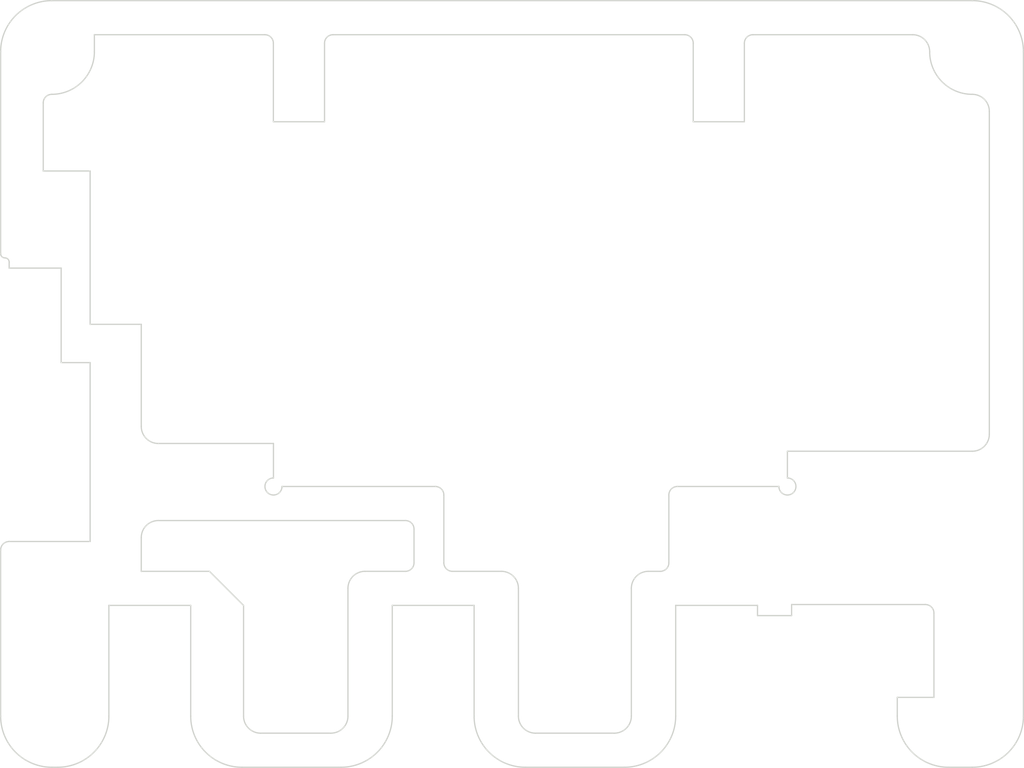
<source format=kicad_pcb>
(kicad_pcb (version 4) (host pcbnew 4.0.6-e0-6349~53~ubuntu14.04.1)

  (general
    (links 0)
    (no_connects 0)
    (area 44.599999 42.6 230.900001 150.100001)
    (thickness 2.8)
    (drawings 138)
    (tracks 0)
    (zones 0)
    (modules 8)
    (nets 12)
  )

  (page A4)
  (title_block
    (title SBMS40)
    (rev 02)
    (company "Electrodacus (Schematic and PCB layout released under CC-BY-SA 3.0 licence)")
  )

  (layers
    (0 F.Cu signal)
    (31 B.Cu signal)
    (32 B.Adhes user)
    (33 F.Adhes user)
    (34 B.Paste user)
    (35 F.Paste user)
    (36 B.SilkS user)
    (37 F.SilkS user)
    (38 B.Mask user)
    (39 F.Mask user)
    (42 Eco1.User user hide)
    (43 Eco2.User user)
    (44 Edge.Cuts user)
  )

  (setup
    (last_trace_width 0.198)
    (user_trace_width 0.198)
    (user_trace_width 0.2)
    (user_trace_width 0.25)
    (user_trace_width 0.3)
    (user_trace_width 0.5)
    (user_trace_width 0.7)
    (user_trace_width 1)
    (user_trace_width 1.2)
    (trace_clearance 0.2)
    (zone_clearance 0.5)
    (zone_45_only yes)
    (trace_min 0.198)
    (segment_width 0.2)
    (edge_width 0.15)
    (via_size 0.7)
    (via_drill 0.3)
    (via_min_size 0.5)
    (via_min_drill 0.3)
    (user_via 0.7 0.3)
    (user_via 1 0.6)
    (uvia_size 0.508)
    (uvia_drill 0.127)
    (uvias_allowed no)
    (uvia_min_size 0.5)
    (uvia_min_drill 0.1)
    (pcb_text_width 0.3)
    (pcb_text_size 1.5 1.5)
    (mod_edge_width 0.15)
    (mod_text_size 1.5 1.5)
    (mod_text_width 0.15)
    (pad_size 0.7 1.1)
    (pad_drill 0)
    (pad_to_mask_clearance 0.03)
    (solder_mask_min_width 0.1)
    (pad_to_paste_clearance_ratio -0.02)
    (aux_axis_origin 50 150)
    (visible_elements FFFFFE4F)
    (pcbplotparams
      (layerselection 0x010c0_00000000)
      (usegerberextensions true)
      (gerberprecision 5)
      (excludeedgelayer true)
      (linewidth 0.100000)
      (plotframeref false)
      (viasonmask false)
      (mode 1)
      (useauxorigin true)
      (hpglpennumber 1)
      (hpglpenspeed 20)
      (hpglpendiameter 15)
      (hpglpenoverlay 2)
      (psnegative false)
      (psa4output false)
      (plotreference false)
      (plotvalue false)
      (plotinvisibletext false)
      (padsonsilk false)
      (subtractmaskfromsilk false)
      (outputformat 1)
      (mirror false)
      (drillshape 0)
      (scaleselection 1)
      (outputdirectory SBMS40-v02b/))
  )

  (net 0 "")
  (net 1 /BAT0)
  (net 2 /CPV1P)
  (net 3 /CPV2P)
  (net 4 /CSI1a)
  (net 5 /CSI2a)
  (net 6 /LDMON)
  (net 7 /PV+)
  (net 8 /PV1)
  (net 9 /PV2)
  (net 10 GND)
  (net 11 "Net-(D7-Pad1)")

  (net_class Default "This is the default net class."
    (clearance 0.2)
    (trace_width 0.198)
    (via_dia 0.7)
    (via_drill 0.3)
    (uvia_dia 0.508)
    (uvia_drill 0.127)
  )

  (module dacusnewlib:H1-3mm-M locked (layer F.Cu) (tedit 5938536B) (tstamp 5948BCE2)
    (at 56 128)
    (fp_text reference "" (at -0.27432 -2.94894) (layer F.SilkS) hide
      (effects (font (thickness 0.3048)))
    )
    (fp_text value "" (at 5.02412 -2.99974) (layer F.SilkS) hide
      (effects (font (thickness 0.3048)))
    )
    (pad "" np_thru_hole circle (at 0 0) (size 3 3) (drill 3) (layers *.Cu *.Mask))
  )

  (module dacusnewlib:H1-3mm-M locked (layer F.Cu) (tedit 5938536B) (tstamp 5948BC4A)
    (at 164 128)
    (fp_text reference "" (at -0.27432 -2.94894) (layer F.SilkS) hide
      (effects (font (thickness 0.3048)))
    )
    (fp_text value "" (at 5.02412 -2.99974) (layer F.SilkS) hide
      (effects (font (thickness 0.3048)))
    )
    (pad "" np_thru_hole circle (at 0 0) (size 3 3) (drill 3) (layers *.Cu *.Mask))
  )

  (module dacusnewlib:H1-3mm-M locked (layer F.Cu) (tedit 5938536B) (tstamp 59475B78)
    (at 164 144)
    (fp_text reference "" (at -0.27432 -2.94894) (layer F.SilkS) hide
      (effects (font (thickness 0.3048)))
    )
    (fp_text value "" (at 5.02412 -2.99974) (layer F.SilkS) hide
      (effects (font (thickness 0.3048)))
    )
    (pad "" np_thru_hole circle (at 0 0) (size 3 3) (drill 3) (layers *.Cu *.Mask))
  )

  (module dacusnewlib:H1-3mm-M locked (layer F.Cu) (tedit 5938536B) (tstamp 58E5B0AD)
    (at 56 144)
    (fp_text reference "" (at -0.27432 -2.94894) (layer F.SilkS) hide
      (effects (font (thickness 0.3048)))
    )
    (fp_text value "" (at 5.02412 -2.99974) (layer F.SilkS) hide
      (effects (font (thickness 0.3048)))
    )
    (pad "" np_thru_hole circle (at 0 0) (size 3 3) (drill 3) (layers *.Cu *.Mask))
  )

  (module dacusnewlib:H1-5mm-M locked (layer F.Cu) (tedit 59385344) (tstamp 594DD0A1)
    (at 165.25 117.85)
    (path Hole-large)
    (fp_text reference "" (at -0.27432 -2.94894) (layer F.SilkS) hide
      (effects (font (thickness 0.3048)))
    )
    (fp_text value "" (at 5.02412 -2.99974) (layer F.SilkS) hide
      (effects (font (thickness 0.3048)))
    )
    (pad "" np_thru_hole circle (at 0 0) (size 5 5) (drill 5) (layers *.Cu *.Mask))
  )

  (module dacusnewlib:H1-5x6mm-M locked (layer F.Cu) (tedit 5951E0C1) (tstamp 58D75F2B)
    (at 55.5 85)
    (path Hole-large)
    (fp_text reference "" (at -0.27432 -2.94894) (layer F.SilkS) hide
      (effects (font (thickness 0.3048)))
    )
    (fp_text value "" (at 5.02412 -2.99974) (layer F.SilkS) hide
      (effects (font (thickness 0.3048)))
    )
    (pad "" np_thru_hole oval (at 0 0) (size 6 5) (drill oval 6 5) (layers *.Cu *.Mask))
  )

  (module dacusnewlib:H1-5mm-M locked (layer F.Cu) (tedit 59385344) (tstamp 58E5B0D8)
    (at 56 66)
    (fp_text reference "" (at -0.27432 -2.94894) (layer F.SilkS) hide
      (effects (font (thickness 0.3048)))
    )
    (fp_text value "" (at 5.02412 -2.99974) (layer F.SilkS) hide
      (effects (font (thickness 0.3048)))
    )
    (pad "" np_thru_hole circle (at 0 0) (size 5 5) (drill 5) (layers *.Cu *.Mask))
  )

  (module dacusnewlib:H1-5mm-M locked (layer F.Cu) (tedit 59385344) (tstamp 58E5B0B8)
    (at 164 66)
    (fp_text reference "" (at -0.27432 -2.94894) (layer F.SilkS) hide
      (effects (font (thickness 0.3048)))
    )
    (fp_text value "" (at 5.02412 -2.99974) (layer F.SilkS) hide
      (effects (font (thickness 0.3048)))
    )
    (pad "" np_thru_hole circle (at 0 0) (size 5 5) (drill 5) (layers *.Cu *.Mask))
  )

  (gr_arc (start 161.2 144) (end 161.2 150) (angle 90) (layer Edge.Cuts) (width 0.15) (tstamp 59540343))
  (gr_arc (start 82.01 117.04) (end 83.01 117.04) (angle 270) (layer Edge.Cuts) (width 0.15))
  (gr_arc (start 142.31 117.04) (end 142.31 116.04) (angle 270) (layer Edge.Cuts) (width 0.15))
  (gr_line (start 142.31 116.04) (end 142.31 112.9) (layer Edge.Cuts) (width 0.15))
  (gr_line (start 129.4 117.04) (end 141.31 117.04) (layer Edge.Cuts) (width 0.15))
  (gr_line (start 66.5 123.04) (end 66.5 127) (layer Edge.Cuts) (width 0.15))
  (gr_arc (start 68.5 123.04) (end 66.5 123.04) (angle 90) (layer Edge.Cuts) (width 0.15) (tstamp 5952F065))
  (gr_arc (start 68.5 109.99) (end 68.5 111.99) (angle 90) (layer Edge.Cuts) (width 0.15) (tstamp 5952F060))
  (gr_line (start 97.5 121.04) (end 68.5 121.04) (layer Edge.Cuts) (width 0.15))
  (gr_line (start 157 64) (end 138.26 64) (layer Edge.Cuts) (width 0.15))
  (gr_arc (start 138.26 65) (end 137.26 65) (angle 90) (layer Edge.Cuts) (width 0.15) (tstamp 5952F053))
  (gr_arc (start 130.26 65) (end 130.26 64) (angle 90) (layer Edge.Cuts) (width 0.15) (tstamp 5952F047))
  (gr_line (start 82 65) (end 82 74.22) (layer Edge.Cuts) (width 0.15))
  (gr_line (start 83.01 117.04) (end 101 117.04) (layer Edge.Cuts) (width 0.15))
  (gr_line (start 82.01 111.99) (end 68.5 111.99) (layer Edge.Cuts) (width 0.15))
  (gr_line (start 82.01 116.04) (end 82.01 111.99) (layer Edge.Cuts) (width 0.15))
  (gr_line (start 131.26 74.22) (end 137.26 74.22) (layer Edge.Cuts) (width 0.15))
  (gr_line (start 131.26 74.22) (end 131.26 65) (layer Edge.Cuts) (width 0.15) (tstamp 5952F019))
  (gr_line (start 137.26 74.22) (end 137.26 65) (layer Edge.Cuts) (width 0.15))
  (gr_line (start 82 74.22) (end 88 74.22) (layer Edge.Cuts) (width 0.15))
  (gr_arc (start 157 66) (end 157 64) (angle 90) (layer Edge.Cuts) (width 0.15))
  (gr_line (start 88 74.22) (end 88 65) (layer Edge.Cuts) (width 0.15))
  (gr_arc (start 89 65) (end 88 65) (angle 90) (layer Edge.Cuts) (width 0.15))
  (gr_line (start 89 64) (end 130.26 64) (layer Edge.Cuts) (width 0.15))
  (gr_arc (start 51 124.5) (end 50 124.5) (angle 90) (layer Edge.Cuts) (width 0.15))
  (gr_line (start 97.5 127) (end 92.75 127) (layer Edge.Cuts) (width 0.15))
  (gr_arc (start 97.5 122.04) (end 97.5 121.04) (angle 90) (layer Edge.Cuts) (width 0.15))
  (gr_arc (start 101 118.04) (end 101 117.04) (angle 90) (layer Edge.Cuts) (width 0.15))
  (gr_arc (start 103 126) (end 103 127) (angle 90) (layer Edge.Cuts) (width 0.15))
  (gr_arc (start 97.5 126) (end 98.5 126) (angle 90) (layer Edge.Cuts) (width 0.15))
  (gr_line (start 102 118.04) (end 102 126) (layer Edge.Cuts) (width 0.15))
  (gr_line (start 98.5 126) (end 98.5 122.04) (layer Edge.Cuts) (width 0.15))
  (gr_line (start 81 64) (end 61 64) (layer Edge.Cuts) (width 0.15))
  (gr_arc (start 81 65) (end 81 64) (angle 90) (layer Edge.Cuts) (width 0.15))
  (gr_line (start 126 127) (end 127.4 127) (layer Edge.Cuts) (width 0.15))
  (gr_arc (start 129.4 118.04) (end 128.4 118.04) (angle 90) (layer Edge.Cuts) (width 0.15))
  (gr_arc (start 127.4 126) (end 128.4 126) (angle 90) (layer Edge.Cuts) (width 0.15))
  (gr_line (start 128.4 126) (end 128.4 118.04) (layer Edge.Cuts) (width 0.15))
  (gr_line (start 138.8 131) (end 129.2 131) (layer Edge.Cuts) (width 0.15))
  (gr_line (start 142.8 132.2) (end 142.8 130.9) (layer Edge.Cuts) (width 0.15))
  (gr_line (start 138.8 132.2) (end 142.8 132.2) (layer Edge.Cuts) (width 0.15))
  (gr_line (start 138.8 131) (end 138.8 132.2) (layer Edge.Cuts) (width 0.15))
  (gr_arc (start 158.5 131.9) (end 158.5 130.9) (angle 90) (layer Edge.Cuts) (width 0.15))
  (gr_arc (start 164 110.9) (end 166 110.9) (angle 90) (layer Edge.Cuts) (width 0.15))
  (gr_line (start 142.31 112.9) (end 164 112.9) (layer Edge.Cuts) (width 0.15))
  (gr_arc (start 126 129) (end 124 129) (angle 90) (layer Edge.Cuts) (width 0.15))
  (gr_arc (start 108.75 129) (end 108.75 127) (angle 90) (layer Edge.Cuts) (width 0.15))
  (gr_line (start 112.75 146) (end 122 146) (layer Edge.Cuts) (width 0.15))
  (gr_arc (start 122 144) (end 124 144) (angle 90) (layer Edge.Cuts) (width 0.15))
  (gr_arc (start 112.75 144) (end 112.75 146) (angle 90) (layer Edge.Cuts) (width 0.15))
  (gr_arc (start 88.75 144) (end 90.75 144) (angle 90) (layer Edge.Cuts) (width 0.15))
  (gr_arc (start 80.5 144) (end 80.5 146) (angle 90) (layer Edge.Cuts) (width 0.15))
  (gr_arc (start 92.75 129) (end 90.75 129) (angle 90) (layer Edge.Cuts) (width 0.15))
  (gr_line (start 61 66) (end 61 64) (layer Edge.Cuts) (width 0.15))
  (gr_arc (start 56 72) (end 55 72) (angle 90) (layer Edge.Cuts) (width 0.15))
  (gr_arc (start 56 66) (end 61 66) (angle 90) (layer Edge.Cuts) (width 0.15))
  (gr_arc (start 164 73) (end 164 71) (angle 90) (layer Edge.Cuts) (width 0.15))
  (gr_arc (start 164 66) (end 164 71) (angle 90) (layer Edge.Cuts) (width 0.15))
  (gr_line (start 124 144) (end 124 129) (layer Edge.Cuts) (width 0.15))
  (gr_line (start 110.75 129) (end 110.75 144) (layer Edge.Cuts) (width 0.15))
  (gr_line (start 103 127) (end 108.75 127) (layer Edge.Cuts) (width 0.15))
  (gr_line (start 90.75 144) (end 90.75 129) (layer Edge.Cuts) (width 0.15))
  (gr_line (start 60.5 123.5) (end 51 123.5) (layer Edge.Cuts) (width 0.15))
  (gr_line (start 55 80) (end 55 72) (layer Edge.Cuts) (width 0.15))
  (gr_line (start 60.5 80) (end 55 80) (layer Edge.Cuts) (width 0.15))
  (gr_line (start 60.5 98) (end 60.5 80) (layer Edge.Cuts) (width 0.15))
  (gr_line (start 66.5 98) (end 60.5 98) (layer Edge.Cuts) (width 0.15))
  (gr_line (start 57.1 91.4) (end 51 91.4) (layer Edge.Cuts) (width 0.15))
  (gr_line (start 57.1 102.5) (end 57.1 91.4) (layer Edge.Cuts) (width 0.15))
  (gr_line (start 60.5 102.5) (end 57.1 102.5) (layer Edge.Cuts) (width 0.15))
  (gr_line (start 60.5 123.5) (end 60.5 102.5) (layer Edge.Cuts) (width 0.15))
  (gr_line (start 66.5 109.99) (end 66.5 98) (layer Edge.Cuts) (width 0.15))
  (gr_line (start 56 150) (end 56.7 150) (layer Edge.Cuts) (width 0.15))
  (gr_line (start 74.5 127) (end 66.5 127) (layer Edge.Cuts) (width 0.15))
  (gr_line (start 78.5 131) (end 74.5 127) (layer Edge.Cuts) (width 0.15))
  (gr_line (start 78.5 144) (end 78.5 131) (layer Edge.Cuts) (width 0.15))
  (gr_line (start 78.3 150) (end 89.95 150) (layer Edge.Cuts) (width 0.15))
  (gr_line (start 111.55 150) (end 123.2 150) (layer Edge.Cuts) (width 0.15))
  (gr_arc (start 56.7 144) (end 62.7 144) (angle 90) (layer Edge.Cuts) (width 0.15))
  (gr_arc (start 78.3 144) (end 78.3 150) (angle 90) (layer Edge.Cuts) (width 0.15))
  (gr_arc (start 89.95 144) (end 95.95 144) (angle 90) (layer Edge.Cuts) (width 0.15))
  (gr_line (start 95.95 131) (end 95.95 144) (layer Edge.Cuts) (width 0.15))
  (gr_line (start 105.55 131) (end 95.95 131) (layer Edge.Cuts) (width 0.15))
  (gr_line (start 105.55 144) (end 105.55 131) (layer Edge.Cuts) (width 0.15))
  (gr_arc (start 111.55 144) (end 111.55 150) (angle 90) (layer Edge.Cuts) (width 0.15))
  (gr_arc (start 123.2 144) (end 129.2 144) (angle 90) (layer Edge.Cuts) (width 0.15))
  (gr_line (start 155.2 141.8) (end 159.5 141.8) (layer Edge.Cuts) (width 0.15))
  (gr_line (start 155.2 144) (end 155.2 141.8) (layer Edge.Cuts) (width 0.15))
  (gr_line (start 142.8 130.9) (end 158.5 130.9) (layer Edge.Cuts) (width 0.15))
  (gr_line (start 129.2 144) (end 129.2 131) (layer Edge.Cuts) (width 0.15))
  (gr_line (start 72.3 131) (end 72.3 144) (layer Edge.Cuts) (width 0.15))
  (gr_line (start 62.7 131) (end 72.3 131) (layer Edge.Cuts) (width 0.15))
  (gr_line (start 62.7 144) (end 62.7 131) (layer Edge.Cuts) (width 0.15))
  (gr_line (start 159.5 131.9) (end 159.5 141.8) (layer Edge.Cuts) (width 0.15))
  (gr_line (start 80.5 146) (end 88.75 146) (layer Edge.Cuts) (width 0.15))
  (gr_line (start 166 73) (end 166 110.9) (layer Edge.Cuts) (width 0.15))
  (gr_line (start 110.76 109.69) (end 110.76 114.16) (layer Eco1.User) (width 0.2))
  (gr_line (start 102.76 109.69) (end 102.76 113.16) (layer Eco1.User) (width 0.2))
  (gr_line (start 94.76 109.69) (end 94.76 113.48) (layer Eco1.User) (width 0.2))
  (gr_line (start 170 66) (end 170 144) (layer Edge.Cuts) (width 0.15))
  (gr_line (start 56 60) (end 164 60) (layer Edge.Cuts) (width 0.15))
  (gr_line (start 44.7 65) (end 230.8 65) (layer Eco1.User) (width 0.2))
  (gr_line (start 50 60) (end 50 150) (layer Eco1.User) (width 0.2))
  (gr_line (start 170 60) (end 50 60) (layer Eco1.User) (width 0.2))
  (gr_line (start 170 150) (end 170 60) (layer Eco1.User) (width 0.2))
  (gr_line (start 50 150) (end 170 150) (layer Eco1.User) (width 0.2))
  (gr_line (start 50 124.5) (end 50 144) (layer Edge.Cuts) (width 0.15))
  (gr_line (start 50 66) (end 50 89.7) (layer Edge.Cuts) (width 0.15))
  (gr_arc (start 50.5 89.7) (end 50.5 90.2) (angle 90) (layer Edge.Cuts) (width 0.15))
  (gr_arc (start 50.5 90.7) (end 50.5 90.2) (angle 90) (layer Edge.Cuts) (width 0.15))
  (gr_line (start 51 91.4) (end 51 90.7) (layer Edge.Cuts) (width 0.15))
  (gr_text 5 (at 216 137.5) (layer In4.Cu)
    (effects (font (size 1.25 1.25) (thickness 0.25)))
  )
  (gr_text 4 (at 216 135.5) (layer In3.Cu)
    (effects (font (size 1.25 1.25) (thickness 0.25)))
  )
  (gr_line (start 79.36 77.26) (end 84.46 77.26) (angle 90) (layer Eco1.User) (width 0.2))
  (gr_line (start 75 94.8) (end 75 86.46) (angle 90) (layer Eco1.User) (width 0.2))
  (gr_line (start 60.72 88.34) (end 60.71 88.34) (angle 90) (layer Eco1.User) (width 0.2))
  (gr_line (start 60.72 97.64) (end 60.72 88.34) (angle 90) (layer Eco1.User) (width 0.2))
  (gr_line (start 56.35 97.64) (end 66.4 97.64) (angle 90) (layer Eco1.User) (width 0.2))
  (gr_line (start 93 116.53) (end 93 121.8) (angle 90) (layer Eco1.User) (width 0.2))
  (gr_line (start 109 116.75) (end 109 122.32) (angle 90) (layer Eco1.User) (width 0.2))
  (gr_line (start 110.76 104.82) (end 110.76 110.63) (angle 90) (layer Eco1.User) (width 0.2))
  (gr_line (start 124.47 114) (end 159.32 114) (angle 90) (layer Eco1.User) (width 0.2))
  (gr_line (start 123.25 79.94) (end 123.25 125.58) (angle 90) (layer Eco1.User) (width 0.2))
  (gr_line (start 87.86 58.7) (end 87.86 119) (angle 90) (layer Eco1.User) (width 0.2))
  (gr_line (start 214 111.5) (end 56 111.5) (angle 90) (layer Eco1.User) (width 0.2))
  (gr_arc (start 56 117.5) (end 50 117.5) (angle 90) (layer Eco1.User) (width 0.2))
  (gr_arc (start 164 128) (end 164 122) (angle 90) (layer Eco1.User) (width 0.2))
  (gr_arc (start 56 66) (end 50 66) (angle 90) (layer Edge.Cuts) (width 0.15))
  (gr_arc (start 164 66) (end 164 60) (angle 90) (layer Edge.Cuts) (width 0.15))
  (gr_arc (start 164 144) (end 170 144) (angle 90) (layer Edge.Cuts) (width 0.15))
  (gr_arc (start 56 144) (end 56 150) (angle 90) (layer Edge.Cuts) (width 0.15))
  (gr_line (start 50 145) (end 220 145) (angle 90) (layer Eco1.User) (width 0.2))
  (gr_line (start 59.4 123.23) (end 59.41 123.23) (angle 90) (layer Eco1.User) (width 0.2))
  (gr_line (start 66.4 92.97) (end 66.4 123.23) (angle 90) (layer Eco1.User) (width 0.2))
  (gr_line (start 50 92.97) (end 66.4 92.97) (angle 90) (layer Eco1.User) (width 0.2))
  (gr_line (start 49.99 123.23) (end 67.17 123.23) (angle 90) (layer Eco1.User) (width 0.2))
  (gr_line (start 55 150) (end 55 59.6) (angle 90) (layer Eco1.User) (width 0.2))
  (gr_line (start 161.2 150) (end 164 150) (angle 90) (layer Edge.Cuts) (width 0.15))

  (zone (net 5) (net_name /CSI2a) (layer In3.Cu) (tstamp 58E42335) (hatch edge 0.508)
    (connect_pads yes (clearance 0.3))
    (min_thickness 0.3)
    (fill yes (arc_segments 32) (thermal_gap 0.508) (thermal_bridge_width 0.508) (smoothing fillet) (radius 0.3))
    (polygon
      (pts
        (xy 120.39 106.5) (xy 156 106.5) (xy 156 105.7) (xy 169 105.7) (xy 169 115.3)
        (xy 156 115.3) (xy 156 113.5) (xy 148 113.5) (xy 148 121.5) (xy 189.28 121.5)
        (xy 189.28 126.86) (xy 148.1 126.86) (xy 148.1 140) (xy 189.28 140) (xy 189.28 145.36)
        (xy 148.1 145.36) (xy 148.1 146.7) (xy 138.4 146.7) (xy 138.4 144.8) (xy 138.2 144.6)
        (xy 138.2 122.3) (xy 138.4 122.1) (xy 138.4 120.6) (xy 136 118.2) (xy 122.1 118.2)
        (xy 119.7 115.8) (xy 119.69 107.2)
      )
    )
  )
  (zone (net 5) (net_name /CSI2a) (layer In4.Cu) (tstamp 58E42366) (hatch edge 0.508)
    (connect_pads yes (clearance 0.3))
    (min_thickness 0.3)
    (fill yes (arc_segments 32) (thermal_gap 0.508) (thermal_bridge_width 0.508) (smoothing fillet) (radius 0.3))
    (polygon
      (pts
        (xy 120.39 106.5) (xy 156 106.5) (xy 156 105.7) (xy 169 105.7) (xy 169 115.3)
        (xy 156 115.3) (xy 156 113.5) (xy 148 113.5) (xy 148 121.5) (xy 189.28 121.5)
        (xy 189.28 126.86) (xy 148.1 126.86) (xy 148.1 140) (xy 189.28 140) (xy 189.28 145.36)
        (xy 148.1 145.36) (xy 148.1 146.7) (xy 138.4 146.7) (xy 138.4 144.8) (xy 138.2 144.6)
        (xy 138.2 122.3) (xy 138.4 122.1) (xy 138.4 120.6) (xy 136 118.2) (xy 122.1 118.2)
        (xy 119.7 115.8) (xy 119.7 107.2)
      )
    )
  )
  (zone (net 6) (net_name /LDMON) (layer In3.Cu) (tstamp 58E42F63) (hatch edge 0.508)
    (connect_pads yes (clearance 0.3))
    (min_thickness 0.3)
    (fill yes (arc_segments 32) (thermal_gap 0.508) (thermal_bridge_width 0.508) (smoothing fillet) (radius 0.3))
    (polygon
      (pts
        (xy 148.72 127.81) (xy 189.9 127.81) (xy 189.9 120.5) (xy 186.4 120.5) (xy 186.4 117.1)
        (xy 191.4 117.1) (xy 209.5 117.1) (xy 209.5 146.7) (xy 189.9 146.7) (xy 189.9 139.05)
        (xy 148.72 139.05)
      )
    )
  )
  (zone (net 6) (net_name /LDMON) (layer In4.Cu) (tstamp 58E42F7D) (hatch edge 0.508)
    (connect_pads yes (clearance 0.3))
    (min_thickness 0.3)
    (fill yes (arc_segments 32) (thermal_gap 0.508) (thermal_bridge_width 0.508) (smoothing fillet) (radius 0.3))
    (polygon
      (pts
        (xy 148.72 127.81) (xy 189.9 127.81) (xy 189.9 120.5) (xy 186.4 120.5) (xy 186.4 117.1)
        (xy 191.4 117.1) (xy 209.5 117.1) (xy 209.5 146.7) (xy 189.9 146.7) (xy 189.9 139.05)
        (xy 148.72 139.05)
      )
    )
  )
  (zone (net 7) (net_name /PV+) (layer In3.Cu) (tstamp 58E42FCE) (hatch edge 0.508)
    (connect_pads yes (clearance 1))
    (min_thickness 1)
    (fill yes (arc_segments 32) (thermal_gap 0.508) (thermal_bridge_width 0.508) (smoothing fillet) (radius 0.3))
    (polygon
      (pts
        (xy 55 111.1) (xy 110.28 111.1) (xy 119.72 105.5) (xy 154.28 105.5) (xy 156 104.7)
        (xy 169 104.7) (xy 169 96.9) (xy 188.81 96.9) (xy 201.29 84.42) (xy 201.29 42.6)
        (xy 111.5 42.6) (xy 111.5 55.5) (xy 96.7 55.5) (xy 96.7 42.6) (xy 55 42.6)
        (xy 55 97.5) (xy 60.9 97.5) (xy 60.9 99) (xy 55 99)
      )
    )
  )
  (zone (net 7) (net_name /PV+) (layer In4.Cu) (tstamp 58E4390E) (hatch edge 0.508)
    (connect_pads yes (clearance 1))
    (min_thickness 1)
    (fill yes (arc_segments 32) (thermal_gap 0.508) (thermal_bridge_width 0.508) (smoothing fillet) (radius 0.3))
    (polygon
      (pts
        (xy 55 111.1) (xy 110.28 111.1) (xy 119.72 105.5) (xy 154.28 105.5) (xy 156 104.7)
        (xy 169 104.7) (xy 169 96.9) (xy 188.81 96.9) (xy 201.29 84.42) (xy 201.29 42.6)
        (xy 111.5 42.6) (xy 111.5 55.5) (xy 96.7 55.5) (xy 96.7 42.6) (xy 55 42.6)
        (xy 55 97.5) (xy 60.9 97.5) (xy 60.9 99) (xy 55 99)
      )
    )
  )
  (zone (net 8) (net_name /PV1) (layer In3.Cu) (tstamp 58E43ED4) (hatch edge 0.508)
    (connect_pads yes (clearance 0.3))
    (min_thickness 0.3)
    (fill yes (arc_segments 32) (thermal_gap 0.508) (thermal_bridge_width 0.508) (smoothing fillet) (radius 0.3))
    (polygon
      (pts
        (xy 87.72 112.1) (xy 110.28 112.1) (xy 110.28 114) (xy 107.28 117) (xy 87.72 117)
      )
    )
  )
  (zone (net 8) (net_name /PV1) (layer In4.Cu) (tstamp 58E43F00) (hatch edge 0.508)
    (connect_pads yes (clearance 0.3))
    (min_thickness 0.3)
    (fill yes (arc_segments 32) (thermal_gap 0.508) (thermal_bridge_width 0.508) (smoothing fillet) (radius 0.3))
    (polygon
      (pts
        (xy 87.72 112.1) (xy 110.28 112.1) (xy 110.28 114) (xy 107.28 117) (xy 87.72 117)
      )
    )
  )
  (zone (net 9) (net_name /PV2) (layer In3.Cu) (tstamp 58E43FC2) (hatch edge 0.508)
    (connect_pads yes (clearance 0.3))
    (min_thickness 0.3)
    (fill yes (arc_segments 32) (thermal_gap 0.508) (thermal_bridge_width 0.508) (smoothing fillet) (radius 0.3))
    (polygon
      (pts
        (xy 58.72 112.1) (xy 81.7 112.1) (xy 81.7 117) (xy 61.64 117) (xy 58.72 114.08)
      )
    )
  )
  (zone (net 9) (net_name /PV2) (layer In4.Cu) (tstamp 58E43FE6) (hatch edge 0.508)
    (connect_pads yes (clearance 0.3))
    (min_thickness 0.3)
    (fill yes (arc_segments 32) (thermal_gap 0.508) (thermal_bridge_width 0.508) (smoothing fillet) (radius 0.3))
    (polygon
      (pts
        (xy 58.72 112.1) (xy 81.7 112.1) (xy 81.7 117) (xy 61.64 117) (xy 58.72 114.08)
      )
    )
  )
  (zone (net 4) (net_name /CSI1a) (layer In3.Cu) (tstamp 58E44DA2) (hatch edge 0.508)
    (connect_pads yes (clearance 0.3))
    (min_thickness 0.3)
    (fill yes (arc_segments 32) (thermal_gap 0.508) (thermal_bridge_width 0.508) (smoothing fillet) (radius 0.3))
    (polygon
      (pts
        (xy 117 120.18) (xy 134.8 120.18) (xy 136.02 121.4) (xy 136.6 121.98) (xy 136.6 122.1)
        (xy 136.8 122.3) (xy 136.8 144.6) (xy 136.6 144.8) (xy 136.6 146.68) (xy 117 146.68)
      )
    )
  )
  (zone (net 4) (net_name /CSI1a) (layer In4.Cu) (tstamp 58E44DD1) (hatch edge 0.508)
    (connect_pads yes (clearance 0.3))
    (min_thickness 0.3)
    (fill yes (arc_segments 32) (thermal_gap 0.508) (thermal_bridge_width 0.508) (smoothing fillet) (radius 0.3))
    (polygon
      (pts
        (xy 117 120.18) (xy 134.8 120.18) (xy 136.02 121.4) (xy 136.6 121.98) (xy 136.6 122.1)
        (xy 136.8 122.3) (xy 136.8 144.6) (xy 136.6 144.8) (xy 136.6 146.68) (xy 117 146.68)
      )
    )
  )
  (zone (net 2) (net_name /CPV1P) (layer In3.Cu) (tstamp 58E45106) (hatch edge 0.508)
    (connect_pads yes (clearance 0.3))
    (min_thickness 0.3)
    (fill yes (arc_segments 32) (thermal_gap 0.508) (thermal_bridge_width 0.508) (smoothing fillet) (radius 0.3))
    (polygon
      (pts
        (xy 91 117.89) (xy 91 146.68) (xy 107 146.68) (xy 107 123.4) (xy 107 117.89)
        (xy 106.8 117.69) (xy 91.2 117.69)
      )
    )
  )
  (zone (net 2) (net_name /CPV1P) (layer In4.Cu) (tstamp 58E45130) (hatch edge 0.508)
    (connect_pads yes (clearance 0.3))
    (min_thickness 0.3)
    (fill yes (arc_segments 32) (thermal_gap 0.508) (thermal_bridge_width 0.508) (smoothing fillet) (radius 0.3))
    (polygon
      (pts
        (xy 91 117.89) (xy 91 146.68) (xy 107 146.68) (xy 107 123.4) (xy 107 117.89)
        (xy 106.8 117.69) (xy 91.2 117.69)
      )
    )
  )
  (zone (net 3) (net_name /CPV2P) (layer In3.Cu) (tstamp 58E4515C) (hatch edge 0.508)
    (connect_pads yes (clearance 0.3))
    (min_thickness 0.3)
    (fill yes (arc_segments 32) (thermal_gap 0.508) (thermal_bridge_width 0.508) (smoothing fillet) (radius 0.3))
    (polygon
      (pts
        (xy 62 117.89) (xy 62.2 117.69) (xy 77.8 117.69) (xy 78 117.89) (xy 78 146.68)
        (xy 62 146.68)
      )
    )
  )
  (zone (net 3) (net_name /CPV2P) (layer In4.Cu) (tstamp 58E45188) (hatch edge 0.508)
    (connect_pads yes (clearance 0.3))
    (min_thickness 0.3)
    (fill yes (arc_segments 32) (thermal_gap 0.508) (thermal_bridge_width 0.508) (smoothing fillet) (radius 0.3))
    (polygon
      (pts
        (xy 62 117.89) (xy 62.2 117.69) (xy 77.8 117.69) (xy 78 117.89) (xy 78 146.68)
        (xy 62 146.68)
      )
    )
  )
  (zone (net 10) (net_name GND) (layer In3.Cu) (tstamp 58E45309) (hatch edge 0.508)
    (connect_pads yes (clearance 1))
    (min_thickness 1)
    (fill yes (arc_segments 32) (thermal_gap 0.508) (thermal_bridge_width 0.508) (smoothing fillet) (radius 0.3))
    (polygon
      (pts
        (xy 185.61 105.43) (xy 186.51 105.43) (xy 187.19 104.75) (xy 198.33 104.75) (xy 198.33 115.68)
        (xy 210 115.68) (xy 212.5 113.5) (xy 220 113.5) (xy 220 42.6) (xy 202.3 42.6)
        (xy 202.31 84.83) (xy 186.51 100.63) (xy 185.61 100.63)
      )
    )
  )
  (zone (net 10) (net_name GND) (layer In4.Cu) (tstamp 58E453D4) (hatch edge 0.508)
    (connect_pads yes (clearance 1))
    (min_thickness 1)
    (fill yes (arc_segments 32) (thermal_gap 0.508) (thermal_bridge_width 0.508) (smoothing fillet) (radius 0.3))
    (polygon
      (pts
        (xy 185.61 105.43) (xy 186.51 105.43) (xy 187.19 104.75) (xy 198.33 104.75) (xy 198.33 115.68)
        (xy 210 115.68) (xy 212.5 113.5) (xy 220 113.5) (xy 220 42.6) (xy 202.31 42.6)
        (xy 202.31 84.83) (xy 186.51 100.63) (xy 185.61 100.63)
      )
    )
  )
  (zone (net 1) (net_name /BAT0) (layer In3.Cu) (tstamp 58E457EE) (hatch edge 0.508)
    (connect_pads yes (clearance 0.3))
    (min_thickness 0.3)
    (fill yes (arc_segments 32) (thermal_gap 0.508) (thermal_bridge_width 0.508) (smoothing fillet) (radius 0.3))
    (polygon
      (pts
        (xy 185.61 112.77) (xy 188.3 112.77) (xy 188.3 111.1) (xy 197.3 111.1) (xy 197.3 105.8)
        (xy 188.3 105.8) (xy 186.4 107.7) (xy 185.71 107.7) (xy 185.71 107.97) (xy 185.61 107.97)
      )
    )
  )
  (zone (net 1) (net_name /BAT0) (layer In4.Cu) (tstamp 58E45820) (hatch edge 0.508)
    (connect_pads yes (clearance 0.3))
    (min_thickness 0.3)
    (fill yes (arc_segments 32) (thermal_gap 0.508) (thermal_bridge_width 0.508) (smoothing fillet) (radius 0.3))
    (polygon
      (pts
        (xy 185.61 112.77) (xy 188.3 112.77) (xy 188.3 111.1) (xy 197.3 111.1) (xy 197.3 105.8)
        (xy 188.3 105.8) (xy 186.4 107.7) (xy 185.71 107.7) (xy 185.71 107.97) (xy 185.61 107.97)
      )
    )
  )
  (zone (net 11) (net_name "Net-(D7-Pad1)") (layer In3.Cu) (tstamp 58E45941) (hatch edge 0.508)
    (connect_pads yes (clearance 0.3))
    (min_thickness 0.3)
    (fill yes (arc_segments 32) (thermal_gap 0.508) (thermal_bridge_width 0.508) (smoothing fillet) (radius 0.3))
    (polygon
      (pts
        (xy 156 115.9) (xy 156 120.5) (xy 185.3 120.5) (xy 185.3 116.7) (xy 197.3 116.7)
        (xy 197.3 111.6) (xy 188.8 111.6) (xy 188.8 113.3) (xy 169.5 113.3) (xy 169.5 115.9)
      )
    )
  )
  (zone (net 11) (net_name "Net-(D7-Pad1)") (layer In4.Cu) (tstamp 58E4597B) (hatch edge 0.508)
    (connect_pads yes (clearance 0.3))
    (min_thickness 0.3)
    (fill yes (arc_segments 32) (thermal_gap 0.508) (thermal_bridge_width 0.508) (smoothing fillet) (radius 0.3))
    (polygon
      (pts
        (xy 156 115.9) (xy 156 120.5) (xy 185.3 120.5) (xy 185.3 116.7) (xy 197.3 116.7)
        (xy 197.3 111.6) (xy 188.8 111.6) (xy 188.8 113.3) (xy 169.5 113.3) (xy 169.5 115.9)
      )
    )
  )
)

</source>
